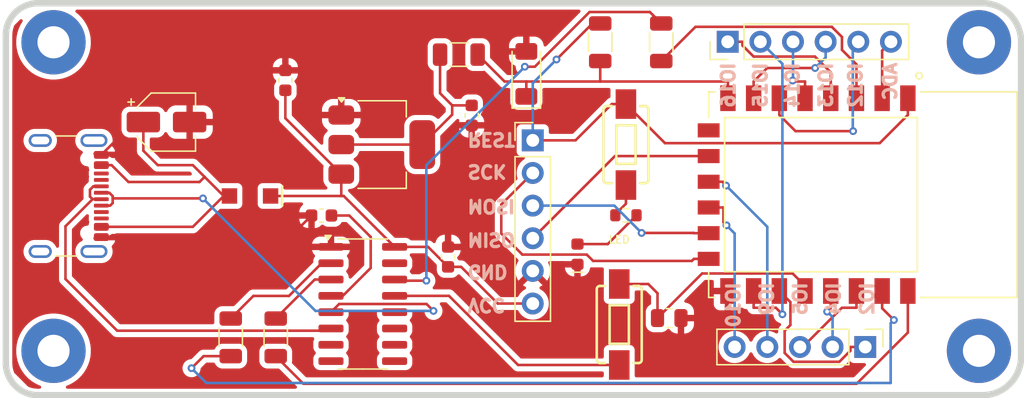
<source format=kicad_pcb>
(kicad_pcb (version 20241229) (generator "pcbnew") (generator_version "9.0")
  (layers (0 "F.Cu" signal) (2 "B.Cu" signal) (13 "F.Paste" user) (15 "B.Paste" user) (5 "F.SilkS" user "F.Silkscreen") (7 "B.SilkS" user "B.Silkscreen") (1 "F.Mask" user) (3 "B.Mask" user) (25 "Edge.Cuts" user))
  (net 0 "")
  (net 1 "GND")
  (net 2 "Net-(U1-VO)")
  (net 3 "+5V")
  (net 6 "D+")
  (net 9 "D-")
  (net 14 "Net-(J3-Pin_5)")
  (net 15 "Net-(J3-Pin_3)")
  (net 16 "Net-(J3-Pin_2)")
  (net 17 "Net-(J3-Pin_6)")
  (net 18 "Net-(J3-Pin_1)")
  (net 19 "Net-(J3-Pin_4)")
  (net 20 "MISO")
  (net 21 "REST")
  (net 22 "MOSI")
  (net 23 "SCK")
  (net 24 "Net-(J5-Pin_2)")
  (net 25 "Net-(J5-Pin_1)")
  (net 26 "Net-(J5-Pin_3)")
  (net 27 "Net-(J5-Pin_4)")
  (net 28 "Net-(J5-Pin_5)")
  (net 29 "Net-(SW2-B)")
  (net 30 "RXD")
  (net 31 "Net-(U3-TXD)")
  (net 32 "TXD")
  (net 33 "Net-(U3-RXD)")
  (net 34 "RTS")
  (net 35 "Net-(U4-EN)")
  (net 36 "DTR")
  (net 45 "Net-(D3-A)")
  (net 46 "Net-(SW3-B)")
  (net 47 "Net-(U3-V3)")
  (net 48 "Net-(D2-A)")
  (net 49 "+3.3V")
  (footprint "Capacitor_SMD:CP_Elec_4x4.5" (layer "F.Cu") (at 88.5 82.25)
    (property "Reference" "C6" (hide yes))
    (property "Value" "10uF")
    (fp_line (start -3 -1.56) (end -2.5 -1.56) (stroke (width 0.12)) (layer "F.SilkS"))
    (fp_line (start -2.75 -1.81) (end -2.75 -1.31) (stroke (width 0.12)) (layer "F.SilkS"))
    (fp_line (start -2.26 -1.195563) (end -2.26 -1.06) (stroke (width 0.12)) (layer "F.SilkS"))
    (fp_line (start -2.26 -1.195563) (end -1.195563 -2.26) (stroke (width 0.12)) (layer "F.SilkS"))
    (fp_line (start -2.26 1.195563) (end -2.26 1.06) (stroke (width 0.12)) (layer "F.SilkS"))
    (fp_line (start -2.26 1.195563) (end -1.195563 2.26) (stroke (width 0.12)) (layer "F.SilkS"))
    (fp_line (start -1.195563 -2.26) (end 2.26 -2.26) (stroke (width 0.12)) (layer "F.SilkS"))
    (fp_line (start -1.195563 2.26) (end 2.26 2.26) (stroke (width 0.12)) (layer "F.SilkS"))
    (fp_line (start 2.26 -2.26) (end 2.26 -1.06) (stroke (width 0.12)) (layer "F.SilkS"))
    (fp_line (start 2.26 2.26) (end 2.26 1.06) (stroke (width 0.12)) (layer "F.SilkS"))
    (pad "1" smd roundrect (at -1.8 0) (size 2.6 1.6) (layers "F.Cu" "F.Mask" "F.Paste") (roundrect_rratio 0.15625) (net 48 "Net-(D2-A)"))
    (pad "2" smd roundrect (at 1.8 0) (size 2.6 1.6) (layers "F.Cu" "F.Mask" "F.Paste") (roundrect_rratio 0.15625) (net 1 "GND"))
  )
  (footprint "MountingHole:MountingHole_2.5mm_Pad" (layer "F.Cu") (at 151.72 76.04)
    (property "Reference" "REF**" (hide yes))
    (property "Value" "MountingHole_2.5mm_Pad" (hide yes))
    (pad "1" thru_hole circle (at 0 0) (size 5 5) (drill 2.5) (layers "*.Cu" "*.Mask"))
  )
  (footprint "Capacitor_SMD:C_0603_1608Metric" (layer "F.Cu") (at 100.56 89.52 180)
    (property "Reference" "C5" (hide yes))
    (property "Value" "0.1uF")
    (fp_line (start -0.14058 0.51) (end 0.14058 0.51) (stroke (width 0.12)) (layer "F.SilkS"))
    (fp_line (start -0.14058 -0.51) (end 0.14058 -0.51) (stroke (width 0.12)) (layer "F.SilkS"))
    (pad "1" smd roundrect (at -0.775 0 180) (size 0.9 0.95) (layers "F.Cu" "F.Mask" "F.Paste") (net 47 "Net-(U3-V3)"))
    (pad "2" smd roundrect (at 0.775 0 180) (size 0.9 0.95) (layers "F.Cu" "F.Mask" "F.Paste") (net 1 "GND"))
  )
  (footprint "Connector_PinHeader_2.54mm:PinHeader_1x06_P2.54mm_Vertical" (layer "F.Cu") (at 117 83.67)
    (property "Reference" "J4" (hide yes))
    (property "Value" "Conn_01x06_Pin" (hide yes))
    (fp_line (start -1.38 -1.38) (end 0 -1.38) (stroke (width 0.12)) (layer "F.SilkS"))
    (fp_line (start -1.38 0) (end -1.38 -1.38) (stroke (width 0.12)) (layer "F.SilkS"))
    (fp_line (start -1.38 1.27) (end -1.38 14.08) (stroke (width 0.12)) (layer "F.SilkS"))
    (fp_line (start -1.38 1.27) (end 1.38 1.27) (stroke (width 0.12)) (layer "F.SilkS"))
    (fp_line (start -1.38 14.08) (end 1.38 14.08) (stroke (width 0.12)) (layer "F.SilkS"))
    (fp_line (start 1.38 1.27) (end 1.38 14.08) (stroke (width 0.12)) (layer "F.SilkS"))
    (pad "1" thru_hole rect (at 0 0) (size 1.7 1.7) (drill 1) (layers "*.Cu" "*.Mask") (net 21 "REST"))
    (pad "2" thru_hole circle (at 0 2.54) (size 1.7 1.7) (drill 1) (layers "*.Cu" "*.Mask") (net 23 "SCK"))
    (pad "3" thru_hole circle (at 0 5.08) (size 1.7 1.7) (drill 1) (layers "*.Cu" "*.Mask") (net 22 "MOSI"))
    (pad "4" thru_hole circle (at 0 7.62) (size 1.7 1.7) (drill 1) (layers "*.Cu" "*.Mask") (net 20 "MISO"))
    (pad "5" thru_hole circle (at 0 10.16) (size 1.7 1.7) (drill 1) (layers "*.Cu" "*.Mask") (net 1 "GND"))
    (pad "6" thru_hole circle (at 0 12.7) (size 1.7 1.7) (drill 1) (layers "*.Cu" "*.Mask") (net 3 "+5V"))
  )
  (footprint "Diode_SMD:D_MiniMELF" (layer "F.Cu") (at 116.5 78.5 90)
    (property "Reference" "D1" (hide yes))
    (property "Value" "BZV55B3V3" (hide yes))
    (fp_line (start 1.75 -1.11) (end -2.66 -1.11) (stroke (width 0.12)) (layer "F.SilkS"))
    (fp_line (start -2.66 -1.11) (end -2.66 1.11) (stroke (width 0.12)) (layer "F.SilkS"))
    (fp_line (start -2.66 1.11) (end 1.75 1.11) (stroke (width 0.12)) (layer "F.SilkS"))
    (pad "1" smd roundrect (at -1.75 0 90) (size 1.3 1.7) (layers "F.Cu" "F.Mask" "F.Paste") (roundrect_rratio 0.1923076923) (net 49 "+3.3V"))
    (pad "2" smd roundrect (at 1.75 0 90) (size 1.3 1.7) (layers "F.Cu" "F.Mask" "F.Paste") (roundrect_rratio 0.1923076923) (net 1 "GND"))
  )
  (footprint "Resistor_SMD:R_1206_3216Metric" (layer "F.Cu") (at 93.5 99 90)
    (property "Reference" "R4" (hide yes))
    (property "Value" "1K")
    (fp_line (start -0.727064 -0.91) (end 0.727064 -0.91) (stroke (width 0.12)) (layer "F.SilkS"))
    (fp_line (start -0.727064 0.91) (end 0.727064 0.91) (stroke (width 0.12)) (layer "F.SilkS"))
    (pad "1" smd roundrect (at -1.4625 0 90) (size 1.125 1.75) (layers "F.Cu" "F.Mask" "F.Paste") (roundrect_rratio 0.222222) (net 30 "RXD"))
    (pad "2" smd roundrect (at 1.4625 0 90) (size 1.125 1.75) (layers "F.Cu" "F.Mask" "F.Paste") (roundrect_rratio 0.222222) (net 31 "Net-(U3-TXD)"))
  )
  (footprint "Resistor_SMD:R_0603_1608Metric" (layer "F.Cu") (at 124.25 89.5 180)
    (property "Reference" "R7" (hide yes))
    (property "Value" "270")
    (fp_line (start -0.237258 0.5225) (end 0.237258 0.5225) (stroke (width 0.12)) (layer "F.SilkS"))
    (fp_line (start -0.237258 -0.5225) (end 0.237258 -0.5225) (stroke (width 0.12)) (layer "F.SilkS"))
    (pad "1" smd roundrect (at -0.825 0 180) (size 0.8 0.95) (layers "F.Cu" "F.Mask" "F.Paste") (net 45 "Net-(D3-A)"))
    (pad "2" smd roundrect (at 0.825 0 180) (size 0.8 0.95) (layers "F.Cu" "F.Mask" "F.Paste") (net 46 "Net-(SW3-B)"))
  )
  (footprint "Resistor_SMD:R_1206_3216Metric" (layer "F.Cu") (at 111.25 77)
    (property "Reference" "R1" (hide yes))
    (property "Value" "1K")
    (fp_line (start -0.727064 -0.91) (end 0.727064 -0.91) (stroke (width 0.12)) (layer "F.SilkS"))
    (fp_line (start -0.727064 0.91) (end 0.727064 0.91) (stroke (width 0.12)) (layer "F.SilkS"))
    (pad "1" smd roundrect (at -1.4625 0) (size 1.125 1.75) (layers "F.Cu" "F.Mask" "F.Paste") (roundrect_rratio 0.222222) (net 2 "Net-(U1-VO)"))
    (pad "2" smd roundrect (at 1.4625 0) (size 1.125 1.75) (layers "F.Cu" "F.Mask" "F.Paste") (roundrect_rratio 0.222222) (net 49 "+3.3V"))
  )
  (footprint "SparkFun-Switch:Push_SMD_6x3.5mm" (layer "F.Cu") (at 123.73 98 90)
    (property "Reference" "SW2")
    (property "Value" "SW_SPST")
    (fp_line (start -2.75 -1.75) (end 2.75 -1.75) (stroke (width 0.2032)) (layer "F.SilkS"))
    (fp_line (start 3 -1.1) (end 3 -1.5) (stroke (width 0.2032)) (layer "F.SilkS"))
    (fp_line (start -3 -1.1) (end -3 -1.5) (stroke (width 0.2032)) (layer "F.SilkS"))
    (fp_line (start -1.5 -0.75) (end 1.5 -0.75) (stroke (width 0.2032)) (layer "F.SilkS"))
    (fp_line (start 1.5 0.75) (end 1.5 -0.75) (stroke (width 0.2032)) (layer "F.SilkS"))
    (fp_line (start 1.5 0.75) (end -1.5 0.75) (stroke (width 0.2032)) (layer "F.SilkS"))
    (fp_line (start -1.5 0.75) (end -1.5 -0.75) (stroke (width 0.2032)) (layer "F.SilkS"))
    (fp_line (start 3 1.5) (end 3 1.1) (stroke (width 0.2032)) (layer "F.SilkS"))
    (fp_line (start -3 1.5) (end -3 1.1) (stroke (width 0.2032)) (layer "F.SilkS"))
    (fp_line (start 2.75 1.75) (end -2.75 1.75) (stroke (width 0.2032)) (layer "F.SilkS"))
    (fp_arc (start 2.75 -1.75) (mid 2.926777 -1.676777) (end 3 -1.5) (stroke (width 0.2032)) (layer "F.SilkS"))
    (fp_arc (start -3 -1.5) (mid -2.926777 -1.676777) (end -2.75 -1.75) (stroke (width 0.2032)) (layer "F.SilkS"))
    (fp_arc (start 3 1.5) (mid 2.926777 1.676777) (end 2.75 1.75) (stroke (width 0.2032)) (layer "F.SilkS"))
    (fp_arc (start -2.75 1.75) (mid -2.926777 1.676777) (end -3 1.5) (stroke (width 0.2032)) (layer "F.SilkS"))
    (pad "1" smd rect (at -3.15 0 270) (size 2.3 1.6) (layers "F.Cu" "F.Mask" "F.Paste") (net 36 "DTR"))
    (pad "2" smd rect (at 3.15 0 270) (size 2.3 1.6) (layers "F.Cu" "F.Mask" "F.Paste") (net 29 "Net-(SW2-B)"))
  )
  (footprint "Resistor_SMD:R_1206_3216Metric" (layer "F.Cu") (at 97 99 -90)
    (property "Reference" "R5" (hide yes))
    (property "Value" "1K")
    (fp_line (start -0.727064 0.91) (end 0.727064 0.91) (stroke (width 0.12)) (layer "F.SilkS"))
    (fp_line (start -0.727064 -0.91) (end 0.727064 -0.91) (stroke (width 0.12)) (layer "F.SilkS"))
    (pad "1" smd roundrect (at -1.4625 0 270) (size 1.125 1.75) (layers "F.Cu" "F.Mask" "F.Paste") (roundrect_rratio 0.222222) (net 33 "Net-(U3-RXD)"))
    (pad "2" smd roundrect (at 1.4625 0 270) (size 1.125 1.75) (layers "F.Cu" "F.Mask" "F.Paste") (roundrect_rratio 0.222222) (net 32 "TXD"))
  )
  (footprint "Resistor_SMD:R_0805_2012Metric" (layer "F.Cu") (at 127.62 97.5)
    (property "Reference" "R3" (hide yes))
    (property "Value" "4.7K")
    (fp_line (start -0.227064 -0.735) (end 0.227064 -0.735) (stroke (width 0.12)) (layer "F.SilkS"))
    (fp_line (start -0.227064 0.735) (end 0.227064 0.735) (stroke (width 0.12)) (layer "F.SilkS"))
    (pad "1" smd roundrect (at -0.9125 0) (size 1.025 1.4) (layers "F.Cu" "F.Mask" "F.Paste") (roundrect_rratio 0.243902) (net 29 "Net-(SW2-B)"))
    (pad "2" smd roundrect (at 0.9125 0) (size 1.025 1.4) (layers "F.Cu" "F.Mask" "F.Paste") (roundrect_rratio 0.243902) (net 1 "GND"))
  )
  (footprint "SparkFun-Switch:Push_SMD_6x3.5mm" (layer "F.Cu") (at 124.25 84 -90)
    (property "Reference" "SW3")
    (property "Value" "SW_SPST")
    (fp_line (start 2.75 1.75) (end -2.75 1.75) (stroke (width 0.2032)) (layer "F.SilkS"))
    (fp_line (start -3 1.5) (end -3 1.1) (stroke (width 0.2032)) (layer "F.SilkS"))
    (fp_line (start 3 1.5) (end 3 1.1) (stroke (width 0.2032)) (layer "F.SilkS"))
    (fp_line (start -1.5 0.75) (end -1.5 -0.75) (stroke (width 0.2032)) (layer "F.SilkS"))
    (fp_line (start 1.5 0.75) (end -1.5 0.75) (stroke (width 0.2032)) (layer "F.SilkS"))
    (fp_line (start 1.5 0.75) (end 1.5 -0.75) (stroke (width 0.2032)) (layer "F.SilkS"))
    (fp_line (start -1.5 -0.75) (end 1.5 -0.75) (stroke (width 0.2032)) (layer "F.SilkS"))
    (fp_line (start -3 -1.1) (end -3 -1.5) (stroke (width 0.2032)) (layer "F.SilkS"))
    (fp_line (start 3 -1.1) (end 3 -1.5) (stroke (width 0.2032)) (layer "F.SilkS"))
    (fp_line (start -2.75 -1.75) (end 2.75 -1.75) (stroke (width 0.2032)) (layer "F.SilkS"))
    (fp_arc (start -2.75 1.75) (mid -2.926777 1.676777) (end -3 1.5) (stroke (width 0.2032)) (layer "F.SilkS"))
    (fp_arc (start 3 1.5) (mid 2.926777 1.676777) (end 2.75 1.75) (stroke (width 0.2032)) (layer "F.SilkS"))
    (fp_arc (start -3 -1.5) (mid -2.926777 -1.676777) (end -2.75 -1.75) (stroke (width 0.2032)) (layer "F.SilkS"))
    (fp_arc (start 2.75 -1.75) (mid 2.926777 -1.676777) (end 3 -1.5) (stroke (width 0.2032)) (layer "F.SilkS"))
    (pad "1" smd rect (at -3.15 0 90) (size 2.3 1.6) (layers "F.Cu" "F.Mask" "F.Paste") (net 21 "REST"))
    (pad "2" smd rect (at 3.15 0 90) (size 2.3 1.6) (layers "F.Cu" "F.Mask" "F.Paste") (net 46 "Net-(SW3-B)"))
  )
  (footprint "Capacitor_SMD:C_0603_1608Metric" (layer "F.Cu") (at 110.41 92.74 90)
    (property "Reference" "C4" (hide yes))
    (property "Value" "0.1uF")
    (fp_line (start -0.14058 -0.51) (end 0.14058 -0.51) (stroke (width 0.12)) (layer "F.SilkS"))
    (fp_line (start -0.14058 0.51) (end 0.14058 0.51) (stroke (width 0.12)) (layer "F.SilkS"))
    (pad "1" smd roundrect (at -0.775 0 90) (size 0.9 0.95) (layers "F.Cu" "F.Mask" "F.Paste") (net 3 "+5V"))
    (pad "2" smd roundrect (at 0.775 0 90) (size 0.9 0.95) (layers "F.Cu" "F.Mask" "F.Paste") (net 1 "GND"))
  )
  (footprint "Package_TO_SOT_SMD:SOT-223-3_TabPin2" (layer "F.Cu") (at 105.25 84)
    (property "Reference" "U1" (hide yes))
    (property "Value" "AMS1117-3.3" (hide yes))
    (fp_line (start -1.85 -3.41) (end 1.91 -3.41) (stroke (width 0.12)) (layer "F.SilkS"))
    (fp_line (start -1.85 3.41) (end 1.91 3.41) (stroke (width 0.12)) (layer "F.SilkS"))
    (fp_line (start 1.91 -3.41) (end 1.91 -2.15) (stroke (width 0.12)) (layer "F.SilkS"))
    (fp_line (start 1.91 3.41) (end 1.91 2.15) (stroke (width 0.12)) (layer "F.SilkS"))
    (fp_poly (pts (xy -3.13 -3.31) (xy -3.37 -3.64) (xy -2.89 -3.64) (xy -3.13 -3.31)) (stroke (width 0.12)) (fill yes) (layer "F.SilkS"))
    (pad "1" smd roundrect (at -3.15 -2.3) (size 2 1.5) (layers "F.Cu" "F.Mask" "F.Paste") (net 1 "GND"))
    (pad "2" smd roundrect (at -3.15 0) (size 2 1.5) (layers "F.Cu" "F.Mask" "F.Paste") (net 2 "Net-(U1-VO)"))
    (pad "2" smd roundrect (at 3.15 0) (size 2 3.8) (layers "F.Cu" "F.Mask" "F.Paste") (net 2 "Net-(U1-VO)"))
    (pad "3" smd roundrect (at -3.15 2.3) (size 2 1.5) (layers "F.Cu" "F.Mask" "F.Paste") (net 3 "+5V"))
  )
  (footprint "Package_SO:SOIC-16_3.9x9.9mm_P1.27mm" (layer "F.Cu") (at 103.775 96.405)
    (property "Reference" "U3" (hide yes))
    (property "Value" "CH340C" (hide yes))
    (fp_line (start 0 -5.06) (end -1.95 -5.06) (stroke (width 0.12)) (layer "F.SilkS"))
    (fp_line (start 0 -5.06) (end 1.95 -5.06) (stroke (width 0.12)) (layer "F.SilkS"))
    (fp_line (start 0 5.06) (end -1.95 5.06) (stroke (width 0.12)) (layer "F.SilkS"))
    (fp_line (start 0 5.06) (end 1.95 5.06) (stroke (width 0.12)) (layer "F.SilkS"))
    (fp_poly (pts (xy -2.7 -5.005) (xy -2.94 -5.335) (xy -2.46 -5.335)) (stroke (width 0.12)) (fill yes) (layer "F.SilkS"))
    (pad "1" smd roundrect (at -2.475 -4.445) (size 1.95 0.6) (layers "F.Cu" "F.Mask" "F.Paste") (net 1 "GND"))
    (pad "2" smd roundrect (at -2.475 -3.175) (size 1.95 0.6) (layers "F.Cu" "F.Mask" "F.Paste") (net 31 "Net-(U3-TXD)"))
    (pad "3" smd roundrect (at -2.475 -1.905) (size 1.95 0.6) (layers "F.Cu" "F.Mask" "F.Paste") (net 33 "Net-(U3-RXD)"))
    (pad "4" smd roundrect (at -2.475 -0.635) (size 1.95 0.6) (layers "F.Cu" "F.Mask" "F.Paste") (net 47 "Net-(U3-V3)"))
    (pad "5" smd roundrect (at -2.475 0.635) (size 1.95 0.6) (layers "F.Cu" "F.Mask" "F.Paste") (net 6 "D+"))
    (pad "6" smd roundrect (at -2.475 1.905) (size 1.95 0.6) (layers "F.Cu" "F.Mask" "F.Paste") (net 9 "D-"))
    (pad "7" smd roundrect (at -2.475 3.175) (size 1.95 0.6) (layers "F.Cu" "F.Mask" "F.Paste"))
    (pad "8" smd roundrect (at -2.475 4.445) (size 1.95 0.6) (layers "F.Cu" "F.Mask" "F.Paste"))
    (pad "9" smd roundrect (at 2.475 4.445) (size 1.95 0.6) (layers "F.Cu" "F.Mask" "F.Paste"))
    (pad "10" smd roundrect (at 2.475 3.175) (size 1.95 0.6) (layers "F.Cu" "F.Mask" "F.Paste"))
    (pad "11" smd roundrect (at 2.475 1.905) (size 1.95 0.6) (layers "F.Cu" "F.Mask" "F.Paste"))
    (pad "12" smd roundrect (at 2.475 0.635) (size 1.95 0.6) (layers "F.Cu" "F.Mask" "F.Paste"))
    (pad "13" smd roundrect (at 2.475 -0.635) (size 1.95 0.6) (layers "F.Cu" "F.Mask" "F.Paste") (net 36 "DTR"))
    (pad "14" smd roundrect (at 2.475 -1.905) (size 1.95 0.6) (layers "F.Cu" "F.Mask" "F.Paste") (net 34 "RTS"))
    (pad "15" smd roundrect (at 2.475 -3.175) (size 1.95 0.6) (layers "F.Cu" "F.Mask" "F.Paste"))
    (pad "16" smd roundrect (at 2.475 -4.445) (size 1.95 0.6) (layers "F.Cu" "F.Mask" "F.Paste") (net 3 "+5V"))
  )
  (footprint "MountingHole:MountingHole_2.5mm_Pad" (layer "F.Cu") (at 79.71 100.05)
    (property "Reference" "REF**" (hide yes))
    (property "Value" "MountingHole_2.5mm_Pad" (hide yes))
    (pad "1" thru_hole circle (at 0 0) (size 5 5) (drill 2.5) (layers "*.Cu" "*.Mask"))
  )
  (footprint "SparkFun-LED:LED_0603_1608Metric_Red" (layer "F.Cu") (at 120.48 92.53 90)
    (property "Reference" "D3")
    (property "Value" "LED")
    (fp_line (start -1.4 -0.5) (end -1.4 0.5) (stroke (width 0.12)) (layer "F.SilkS"))
    (pad "1" smd roundrect (at -0.7875 0 90) (size 0.875 0.95) (layers "F.Cu" "F.Mask" "F.Paste") (net 1 "GND"))
    (pad "2" smd roundrect (at 0.7875 0 90) (size 0.875 0.95) (layers "F.Cu" "F.Mask" "F.Paste") (net 45 "Net-(D3-A)"))
  )
  (footprint "Resistor_SMD:R_1206_3216Metric" (layer "F.Cu") (at 127 76.0375 -90)
    (property "Reference" "R6" (hide yes))
    (property "Value" "1K")
    (fp_line (start -0.727064 0.91) (end 0.727064 0.91) (stroke (width 0.12)) (layer "F.SilkS"))
    (fp_line (start -0.727064 -0.91) (end 0.727064 -0.91) (stroke (width 0.12)) (layer "F.SilkS"))
    (pad "1" smd roundrect (at -1.4625 0 270) (size 1.125 1.75) (layers "F.Cu" "F.Mask" "F.Paste") (roundrect_rratio 0.222222) (net 34 "RTS"))
    (pad "2" smd roundrect (at 1.4625 0 270) (size 1.125 1.75) (layers "F.Cu" "F.Mask" "F.Paste") (roundrect_rratio 0.222222) (net 35 "Net-(U4-EN)"))
  )
  (footprint "Connector_PinHeader_2.54mm:PinHeader_1x05_P2.54mm_Vertical" (layer "F.Cu") (at 142.87 99.75 -90)
    (property "Reference" "J5" (hide yes))
    (property "Value" "Conn_01x05_Pin" (hide yes))
    (fp_line (start -1.38 11.54) (end 1.38 11.54) (stroke (width 0.12)) (layer "F.SilkS"))
    (fp_line (start -1.38 1.27) (end -1.38 11.54) (stroke (width 0.12)) (layer "F.SilkS"))
    (fp_line (start -1.38 1.27) (end 1.38 1.27) (stroke (width 0.12)) (layer "F.SilkS"))
    (fp_line (start 1.38 1.27) (end 1.38 11.54) (stroke (width 0.12)) (layer "F.SilkS"))
    (fp_line (start -1.38 0) (end -1.38 -1.38) (stroke (width 0.12)) (layer "F.SilkS"))
    (fp_line (start -1.38 -1.38) (end 0 -1.38) (stroke (width 0.12)) (layer "F.SilkS"))
    (pad "1" thru_hole rect (at 0 0 270) (size 1.7 1.7) (drill 1) (layers "*.Cu" "*.Mask") (net 25 "Net-(J5-Pin_1)"))
    (pad "2" thru_hole circle (at 0 2.54 270) (size 1.7 1.7) (drill 1) (layers "*.Cu" "*.Mask") (net 24 "Net-(J5-Pin_2)"))
    (pad "3" thru_hole circle (at 0 5.08 270) (size 1.7 1.7) (drill 1) (layers "*.Cu" "*.Mask") (net 26 "Net-(J5-Pin_3)"))
    (pad "4" thru_hole circle (at 0 7.62 270) (size 1.7 1.7) (drill 1) (layers "*.Cu" "*.Mask") (net 27 "Net-(J5-Pin_4)"))
    (pad "5" thru_hole circle (at 0 10.16 270) (size 1.7 1.7) (drill 1) (layers "*.Cu" "*.Mask") (net 28 "Net-(J5-Pin_5)"))
  )
  (footprint "MountingHole:MountingHole_2.5mm_Pad" (layer "F.Cu") (at 151.72 100.05)
    (property "Reference" "REF**" (hide yes))
    (property "Value" "MountingHole_2.5mm_Pad" (hide yes))
    (pad "1" thru_hole circle (at 0 0) (size 5 5) (drill 2.5) (layers "*.Cu" "*.Mask"))
  )
  (footprint "SparkFun-Semiconductor-Standard:SOD-123" (layer "F.Cu") (at 95 88 180)
    (property "Reference" "D2")
    (property "Value" "D")
    (fp_line (start -2.5 -0.75) (end -2.5 0.75) (stroke (width 0.2032)) (layer "F.SilkS"))
    (pad "1" smd rect (at -1.6 0 180) (size 1.2 1.2) (layers "F.Cu" "F.Mask" "F.Paste") (net 3 "+5V"))
    (pad "2" smd rect (at 1.6 0 180) (size 1.2 1.2) (layers "F.Cu" "F.Mask" "F.Paste") (net 48 "Net-(D2-A)"))
  )
  (footprint "Capacitor_SMD:C_0603_1608Metric" (layer "F.Cu") (at 112.25 81.725 -90)
    (property "Reference" "C3" (hide yes))
    (property "Value" "0.1uF" (hide yes))
    (fp_line (start -0.14058 0.51) (end 0.14058 0.51) (stroke (width 0.12)) (layer "F.SilkS"))
    (fp_line (start -0.14058 -0.51) (end 0.14058 -0.51) (stroke (width 0.12)) (layer "F.SilkS"))
    (pad "1" smd roundrect (at -0.775 0 270) (size 0.9 0.95) (layers "F.Cu" "F.Mask" "F.Paste") (net 2 "Net-(U1-VO)"))
    (pad "2" smd roundrect (at 0.775 0 270) (size 0.9 0.95) (layers "F.Cu" "F.Mask" "F.Paste") (net 1 "GND"))
  )
  (footprint "Resistor_SMD:R_1206_3216Metric" (layer "F.Cu") (at 122.25 76.0375 -90)
    (property "Reference" "R2" (hide yes))
    (property "Value" "1K")
    (fp_line (start -0.727064 0.91) (end 0.727064 0.91) (stroke (width 0.12)) (layer "F.SilkS"))
    (fp_line (start -0.727064 -0.91) (end 0.727064 -0.91) (stroke (width 0.12)) (layer "F.SilkS"))
    (pad "1" smd roundrect (at -1.4625 0 270) (size 1.125 1.75) (layers "F.Cu" "F.Mask" "F.Paste") (roundrect_rratio 0.222222) (net 21 "REST"))
    (pad "2" smd roundrect (at 1.4625 0 270) (size 1.125 1.75) (layers "F.Cu" "F.Mask" "F.Paste") (roundrect_rratio 0.222222) (net 49 "+3.3V"))
  )
  (footprint "Connector_PinHeader_2.54mm:PinHeader_1x06_P2.54mm_Vertical" (layer "F.Cu") (at 132.17 76 90)
    (property "Reference" "J3" (hide yes))
    (property "Value" "Conn_01x06_Pin" (hide yes))
    (fp_line (start -1.38 -1.38) (end 0 -1.38) (stroke (width 0.12)) (layer "F.SilkS"))
    (fp_line (start -1.38 0) (end -1.38 -1.38) (stroke (width 0.12)) (layer "F.SilkS"))
    (fp_line (start 1.38 1.27) (end 1.38 14.08) (stroke (width 0.12)) (layer "F.SilkS"))
    (fp_line (start -1.38 1.27) (end 1.38 1.27) (stroke (width 0.12)) (layer "F.SilkS"))
    (fp_line (start -1.38 1.27) (end -1.38 14.08) (stroke (width 0.12)) (layer "F.SilkS"))
    (fp_line (start -1.38 14.08) (end 1.38 14.08) (stroke (width 0.12)) (layer "F.SilkS"))
    (pad "1" thru_hole rect (at 0 0 90) (size 1.7 1.7) (drill 1) (layers "*.Cu" "*.Mask") (net 18 "Net-(J3-Pin_1)"))
    (pad "2" thru_hole circle (at 0 2.54 90) (size 1.7 1.7) (drill 1) (layers "*.Cu" "*.Mask") (net 16 "Net-(J3-Pin_2)"))
    (pad "3" thru_hole circle (at 0 5.08 90) (size 1.7 1.7) (drill 1) (layers "*.Cu" "*.Mask") (net 15 "Net-(J3-Pin_3)"))
    (pad "4" thru_hole circle (at 0 7.62 90) (size 1.7 1.7) (drill 1) (layers "*.Cu" "*.Mask") (net 19 "Net-(J3-Pin_4)"))
    (pad "5" thru_hole circle (at 0 10.16 90) (size 1.7 1.7) (drill 1) (layers "*.Cu" "*.Mask") (net 14 "Net-(J3-Pin_5)"))
    (pad "6" thru_hole circle (at 0 12.7 90) (size 1.7 1.7) (drill 1) (layers "*.Cu" "*.Mask") (net 17 "Net-(J3-Pin_6)"))
  )
  (footprint "Connector_USB:USB_C_Receptacle_GCT_USB4105-xx-A_16P_TopMnt_Horizontal" (layer "F.Cu") (at 79.75 88 -90)
    (property "Reference" "J1" (hide yes))
    (property "Value" "USB_C_Receptacle_USB2.0_16P" (hide yes))
    (fp_line (start -4.67 -0.1) (end -4.67 -1.8) (stroke (width 0.12)) (layer "F.SilkS"))
    (fp_line (start 4.67 -0.1) (end 4.67 -1.8) (stroke (width 0.12)) (layer "F.SilkS"))
    (pad "" np_thru_hole circle (at -2.89 -2.605 270) (size 0.65 0.65) (drill 0.65) (layers "*.Cu" "*.Mask"))
    (pad "" np_thru_hole circle (at 2.89 -2.605 270) (size 0.65 0.65) (drill 0.65) (layers "*.Cu" "*.Mask"))
    (pad "A1" smd roundrect (at -3.2 -3.68 270) (size 0.6 1.15) (layers "F.Cu" "F.Mask" "F.Paste") (net 1 "GND"))
    (pad "A4" smd roundrect (at -2.4 -3.68 270) (size 0.6 1.15) (layers "F.Cu" "F.Mask" "F.Paste") (net 48 "Net-(D2-A)"))
    (pad "A5" smd roundrect (at -1.25 -3.68 270) (size 0.3 1.15) (layers "F.Cu" "F.Mask" "F.Paste"))
    (pad "A6" smd roundrect (at -0.25 -3.68 270) (size 0.3 1.15) (layers "F.Cu" "F.Mask" "F.Paste") (net 6 "D+"))
    (pad "A7" smd roundrect (at 0.25 -3.68 270) (size 0.3 1.15) (layers "F.Cu" "F.Mask" "F.Paste") (net 9 "D-"))
    (pad "A8" smd roundrect (at 1.25 -3.68 270) (size 0.3 1.15) (layers "F.Cu" "F.Mask" "F.Paste"))
    (pad "A9" smd roundrect (at 2.4 -3.68 270) (size 0.6 1.15) (layers "F.Cu" "F.Mask" "F.Paste") (net 48 "Net-(D2-A)"))
    (pad "A12" smd roundrect (at 3.2 -3.68 270) (size 0.6 1.15) (layers "F.Cu" "F.Mask" "F.Paste") (net 1 "GND"))
    (pad "B1" smd roundrect (at 3.2 -3.68 270) (size 0.6 1.15) (layers "F.Cu" "F.Mask" "F.Paste") (net 1 "GND"))
    (pad "B4" smd roundrect (at 2.4 -3.68 270) (size 0.6 1.15) (layers "F.Cu" "F.Mask" "F.Paste") (net 48 "Net-(D2-A)"))
    (pad "B5" smd roundrect (at 1.75 -3.68 270) (size 0.3 1.15) (layers "F.Cu" "F.Mask" "F.Paste"))
    (pad "B6" smd roundrect (at 0.75 -3.68 270) (size 0.3 1.15) (layers "F.Cu" "F.Mask" "F.Paste") (net 6 "D+"))
    (pad "B7" smd roundrect (at -0.75 -3.68 270) (size 0.3 1.15) (layers "F.Cu" "F.Mask" "F.Paste") (net 9 "D-"))
    (pad "B8" smd roundrect (at -1.75 -3.68 270) (size 0.3 1.15) (layers "F.Cu" "F.Mask" "F.Paste"))
    (pad "B9" smd roundrect (at -2.4 -3.68 270) (size 0.6 1.15) (layers "F.Cu" "F.Mask" "F.Paste") (net 48 "Net-(D2-A)"))
    (pad "B12" smd roundrect (at -3.2 -3.68 270) (size 0.6 1.15) (layers "F.Cu" "F.Mask" "F.Paste") (net 1 "GND"))
    (pad "S1" thru_hole oval (at -4.32 -3.105 270) (size 1 2.1) (drill oval 0.6 1.7) (property pad_prop_heatsink) (layers "*.Cu" "*.Mask" "F.Paste"))
    (pad "S1" thru_hole oval (at -4.32 1.075 270) (size 1 1.8) (drill oval 0.6 1.4) (property pad_prop_heatsink) (layers "*.Cu" "*.Mask" "F.Paste"))
    (pad "S1" thru_hole oval (at 4.32 -3.105 270) (size 1 2.1) (drill oval 0.6 1.7) (property pad_prop_heatsink) (layers "*.Cu" "*.Mask" "F.Paste"))
    (pad "S1" thru_hole oval (at 4.32 1.075 270) (size 1 1.8) (drill oval 0.6 1.4) (property pad_prop_heatsink) (layers "*.Cu" "*.Mask" "F.Paste"))
  )
  (footprint "Capacitor_SMD:C_0603_1608Metric" (layer "F.Cu") (at 97.75 79 90)
    (property "Reference" "C1" (hide yes))
    (property "Value" "0.1uF")
    (fp_line (start -0.14058 -0.51) (end 0.14058 -0.51) (stroke (width 0.12)) (layer "F.SilkS"))
    (fp_line (start -0.14058 0.51) (end 0.14058 0.51) (stroke (width 0.12)) (layer "F.SilkS"))
    (pad "1" smd roundrect (at -0.775 0 90) (size 0.9 0.95) (layers "F.Cu" "F.Mask" "F.Paste") (net 3 "+5V"))
    (pad "2" smd roundrect (at 0.775 0 90) (size 0.9 0.95) (layers "F.Cu" "F.Mask" "F.Paste") (net 1 "GND"))
  )
  (footprint "MountingHole:MountingHole_2.5mm_Pad" (layer "F.Cu") (at 79.71 76.04)
    (property "Reference" "REF**" (hide yes))
    (property "Value" "MountingHole_2.5mm_Pad" (hide yes))
    (pad "1" thru_hole circle (at 0 0) (size 5 5) (drill 2.5) (layers "*.Cu" "*.Mask"))
  )
  (footprint "ESP8266-12E_ESP-12E:XCVR_ESP8266-12E_ESP-12E" (layer "F.Cu") (at 139.1875 87.8942 -90)
    (property "Reference" "U4" (hide yes))
    (property "Value" "ESP8266-12E_ESP-12E" (hide yes))
    (fp_line (start -8 8.5) (end -6 8.5) (stroke (width 0.127)) (layer "F.SilkS"))
    (fp_line (start 8 8.5) (end 6 8.5) (stroke (width 0.127)) (layer "F.SilkS"))
    (fp_line (start -8 8) (end -8 8.5) (stroke (width 0.127)) (layer "F.SilkS"))
    (fp_line (start 8 8) (end 8 8.5) (stroke (width 0.127)) (layer "F.SilkS"))
    (fp_line (start -6 7.26) (end -6 -7.74) (stroke (width 0.127)) (layer "F.SilkS"))
    (fp_line (start 6 7.26) (end -6 7.26) (stroke (width 0.127)) (layer "F.SilkS"))
    (fp_line (start -6 -7.74) (end 6 -7.74) (stroke (width 0.127)) (layer "F.SilkS"))
    (fp_line (start 6 -7.74) (end 6 7.26) (stroke (width 0.127)) (layer "F.SilkS"))
    (fp_line (start -8 -8) (end -8 -15.5) (stroke (width 0.127)) (layer "F.SilkS"))
    (fp_line (start -8 -15.5) (end 8 -15.5) (stroke (width 0.127)) (layer "F.SilkS"))
    (fp_line (start 8 -15.5) (end 8 -8) (stroke (width 0.127)) (layer "F.SilkS"))
    (fp_circle (center -9.25 -7.875) (end -9 -7.875) (stroke (width 0.127)) (fill no) (layer "F.SilkS"))
    (pad "1" smd rect (at -7.5 -7 270) (size 2 1.2) (layers "F.Cu" "F.Mask" "F.Paste") (net 21 "REST"))
    (pad "2" smd rect (at -7.5 -5 270) (size 2 1.2) (layers "F.Cu" "F.Mask" "F.Paste") (net 17 "Net-(J3-Pin_6)"))
    (pad "3" smd rect (at -7.5 -3 270) (size 2 1.2) (layers "F.Cu" "F.Mask" "F.Paste") (net 35 "Net-(U4-EN)"))
    (pad "4" smd rect (at -7.5 -1 270) (size 2 1.2) (layers "F.Cu" "F.Mask" "F.Paste") (net 18 "Net-(J3-Pin_1)"))
    (pad "5" smd rect (at -7.5 1 270) (size 2 1.2) (layers "F.Cu" "F.Mask" "F.Paste") (net 15 "Net-(J3-Pin_3)"))
    (pad "6" smd rect (at -7.5 3 270) (size 2 1.2) (layers "F.Cu" "F.Mask" "F.Paste") (net 14 "Net-(J3-Pin_5)"))
    (pad "7" smd rect (at -7.5 5 270) (size 2 1.2) (layers "F.Cu" "F.Mask" "F.Paste") (net 19 "Net-(J3-Pin_4)"))
    (pad "8" smd rect (at -7.5 7 270) (size 2 1.2) (layers "F.Cu" "F.Mask" "F.Paste") (net 49 "+3.3V"))
    (pad "9" smd rect (at -5 8.5 270) (size 1.1 1.7) (layers "F.Cu" "F.Mask" "F.Paste"))
    (pad "10" smd rect (at -3 8.5 270) (size 1.1 1.7) (layers "F.Cu" "F.Mask" "F.Paste") (net 20 "MISO"))
    (pad "11" smd rect (at -1 8.5 270) (size 1.1 1.7) (layers "F.Cu" "F.Mask" "F.Paste") (net 27 "Net-(J5-Pin_4)"))
    (pad "12" smd rect (at 1 8.5 270) (size 1.1 1.7) (layers "F.Cu" "F.Mask" "F.Paste") (net 28 "Net-(J5-Pin_5)"))
    (pad "13" smd rect (at 3 8.5 270) (size 1.1 1.7) (layers "F.Cu" "F.Mask" "F.Paste") (net 22 "MOSI"))
    (pad "14" smd rect (at 5 8.5 270) (size 1.1 1.7) (layers "F.Cu" "F.Mask" "F.Paste") (net 23 "SCK"))
    (pad "15" smd rect (at 7.5 7 270) (size 2 1.2) (layers "F.Cu" "F.Mask" "F.Paste") (net 1 "GND"))
    (pad "16" smd rect (at 7.5 5 270) (size 2 1.2) (layers "F.Cu" "F.Mask" "F.Paste") (net 16 "Net-(J3-Pin_2)"))
    (pad "17" smd rect (at 7.5 3 270) (size 2 1.2) (layers "F.Cu" "F.Mask" "F.Paste") (net 25 "Net-(J5-Pin_1)"))
    (pad "18" smd rect (at 7.5 1 270) (size 2 1.2) (layers "F.Cu" "F.Mask" "F.Paste") (net 29 "Net-(SW2-B)"))
    (pad "19" smd rect (at 7.5 -1 270) (size 2 1.2) (layers "F.Cu" "F.Mask" "F.Paste") (net 24 "Net-(J5-Pin_2)"))
    (pad "20" smd rect (at 7.5 -3 270) (size 2 1.2) (layers "F.Cu" "F.Mask" "F.Paste") (net 26 "Net-(J5-Pin_3)"))
    (pad "21" smd rect (at 7.5 -5 270) (size 2 1.2) (layers "F.Cu" "F.Mask" "F.Paste") (net 30 "RXD"))
    (pad "22" smd rect (at 7.5 -7 270) (size 2 1.2) (layers "F.Cu" "F.Mask" "F.Paste") (net 32 "TXD"))
    (zone (net 0) (net_name "") (layer "F.Cu") (connect_pads (clearance 0)) (min_thickness 0.01)
      (keepout (tracks not_allowed) (vias not_allowed) (pads not_allowed) (copperpour not_allowed) (footprints allowed))
      (fill (thermal_gap 0.508) (thermal_bridge_width 0.508))
      (polygon (pts (xy 154.6875 79.88519) (xy 154.6875 95.8942) (xy 147.69708 95.8942) (xy 147.69708 79.88519)))
    )
  )
  (gr_arc (start 78.5 103.5) (mid 76.732233 102.767767) (end 76 101) (stroke (width 0.5)) (layer "Edge.Cuts"))
  (gr_line (start 155 76) (end 155 100.5) (stroke (width 0.5)) (layer "Edge.Cuts"))
  (gr_line (start 76 101) (end 76 75.5) (stroke (width 0.5)) (layer "Edge.Cuts"))
  (gr_arc (start 152 73) (mid 154.12132 73.87868) (end 155 76) (stroke (width 0.5)) (layer "Edge.Cuts"))
  (gr_line (start 78.5 103.5) (end 152 103.5) (stroke (width 0.5)) (layer "Edge.Cuts"))
  (gr_line (start 78.5 73) (end 152 73) (stroke (width 0.5)) (layer "Edge.Cuts"))
  (gr_arc (start 155 100.5) (mid 154.12132 102.62132) (end 152 103.5) (stroke (width 0.5)) (layer "Edge.Cuts"))
  (gr_arc (start 76 75.5) (mid 76.732233 73.732233) (end 78.5 73) (stroke (width 0.5)) (layer "Edge.Cuts"))
  (gr_text "LED" (at 122.85 91.75 0) (layer "F.SilkS") (effects (font (size 0.6 0.6) (thickness 0.1)) (justify left bottom)))
  (gr_text "ADC" (at 145.4 77.5 90) (layer "B.SilkS") (effects (font (size 1 1) (thickness 0.25) (bold yes)) (justify left bottom mirror)))
  (gr_text "IO16" (at 132.8 77.5 90) (layer "B.SilkS") (effects (font (size 1 1) (thickness 0.25) (bold yes)) (justify left bottom mirror)))
  (gr_text "IO9" (at 135.8 94.6 90) (layer "B.SilkS") (effects (font (size 1 1) (thickness 0.25) (bold yes)) (justify left bottom mirror)))
  (gr_text "IO12" (at 142.7 77.5 90) (layer "B.SilkS") (effects (font (size 1 1) (thickness 0.25) (bold yes)) (justify left bottom mirror)))
  (gr_text "GND" (at 111.8 93.3 180) (layer "B.SilkS") (effects (font (size 1 1) (thickness 0.25) (bold yes)) (justify left bottom mirror)))
  (gr_text "IO5" (at 138.4 94.6 90) (layer "B.SilkS") (effects (font (size 1 1) (thickness 0.25) (bold yes)) (justify left bottom mirror)))
  (gr_text "MISO" (at 111.8 90.8 180) (layer "B.SilkS") (effects (font (size 1 1) (thickness 0.25) (bold yes)) (justify left bottom mirror)))
  (gr_text "SCK" (at 111.8 85.5 180) (layer "B.SilkS") (effects (font (size 1 1) (thickness 0.25) (bold yes)) (justify left bottom mirror)))
  (gr_text "VCC" (at 111.8 95.9 180) (layer "B.SilkS") (effects (font (size 1 1) (thickness 0.25) (bold yes)) (justify left bottom mirror)))
  (gr_text "IO4" (at 141 94.6 90) (layer "B.SilkS") (effects (font (size 1 1) (thickness 0.25) (bold yes)) (justify left bottom mirror)))
  (gr_text "IO13" (at 140.4 77.5 90) (layer "B.SilkS") (effects (font (size 1 1) (thickness 0.25) (bold yes)) (justify left bottom mirror)))
  (gr_text "IO2" (at 143.6 94.6 90) (layer "B.SilkS") (effects (font (size 1 1) (thickness 0.25) (bold yes)) (justify left bottom mirror)))
  (gr_text "IO14" (at 137.8 77.5 90) (layer "B.SilkS") (effects (font (size 1 1) (thickness 0.25) (bold yes)) (justify left bottom mirror)))
  (gr_text "IO10" (at 133.2 94.6 90) (layer "B.SilkS") (effects (font (size 1 1) (thickness 0.25) (bold yes)) (justify left bottom mirror)))
  (gr_text "IO15" (at 135.3 77.5 90) (layer "B.SilkS") (effects (font (size 1 1) (thickness 0.25) (bold yes)) (justify left bottom mirror)))
  (gr_text "REST" (at 111.8 83 180) (layer "B.SilkS") (effects (font (size 1 1) (thickness 0.25) (bold yes)) (justify left bottom mirror)))
  (gr_text "MOSI" (at 111.8 88.2 180) (layer "B.SilkS") (effects (font (size 1 1) (thickness 0.25) (bold yes)) (justify left bottom mirror)))
  (segment (start 83.43 84.8) (end 84.67 83.56) (width 0.2) (layer "F.Cu") (net 1))
  (segment (start 83.43 91.2) (end 98.105 91.2) (width 0.2) (layer "F.Cu") (net 1))
  (segment (start 84.67 83.56) (end 84.67 79.78) (width 0.2) (layer "F.Cu") (net 1))
  (segment (start 84.67 79.78) (end 86.225 78.225) (width 0.2) (layer "F.Cu") (net 1))
  (segment (start 98.105 91.2) (end 99.785 89.52) (width 0.2) (layer "F.Cu") (net 1))
  (segment (start 86.225 78.225) (end 97.75 78.225) (width 0.2) (layer "F.Cu") (net 1))
  (segment (start 110.7308 80.95) (end 112.25 80.95) (width 0.2) (layer "F.Cu") (net 2))
  (segment (start 109.7875 80.0067) (end 110.7308 80.95) (width 0.2) (layer "F.Cu") (net 2))
  (segment (start 109.7875 77) (end 109.7875 80.0067) (width 0.2) (layer "F.Cu") (net 2))
  (segment (start 110.7308 81.6692) (end 108.4 84) (width 0.2) (layer "F.Cu") (net 2))
  (segment (start 110.7308 80.95) (end 110.7308 81.6692) (width 0.2) (layer "F.Cu") (net 2))
  (segment (start 108.4 84) (end 102.1 84) (width 0.2) (layer "F.Cu") (net 2))
  (segment (start 97.75 81.95) (end 102.1 86.3) (width 0.2) (layer "F.Cu") (net 3))
  (segment (start 108.855 91.96) (end 106.25 91.96) (width 0.2) (layer "F.Cu") (net 3))
  (segment (start 110.41 93.515) (end 108.855 91.96) (width 0.2) (layer "F.Cu") (net 3))
  (segment (start 114.28 96.37) (end 111.425 93.515) (width 0.2) (layer "F.Cu") (net 3))
  (segment (start 106.25 91.96) (end 102.29 88) (width 0.2) (layer "F.Cu") (net 3))
  (segment (start 102.1 88) (end 96.6 88) (width 0.2) (layer "F.Cu") (net 3))
  (segment (start 97.75 79.775) (end 97.75 81.95) (width 0.2) (layer "F.Cu") (net 3))
  (segment (start 102.29 88) (end 102.1 88) (width 0.2) (layer "F.Cu") (net 3))
  (segment (start 102.1 88) (end 102.1 86.3) (width 0.2) (layer "F.Cu") (net 3))
  (segment (start 117 96.37) (end 114.28 96.37) (width 0.2) (layer "F.Cu") (net 3))
  (segment (start 111.425 93.515) (end 110.41 93.515) (width 0.2) (layer "F.Cu") (net 3))
  (segment (start 84.1128 88.75) (end 84.314 88.5488) (width 0.2) (layer "F.Cu") (net 6))
  (segment (start 84.314 88.5488) (end 84.314 88.1871) (width 0.2) (layer "F.Cu") (net 6))
  (segment (start 84.314 88.0112) (end 84.0528 87.75) (width 0.2) (layer "F.Cu") (net 6))
  (segment (start 83.43 88.75) (end 84.1128 88.75) (width 0.2) (layer "F.Cu") (net 6))
  (segment (start 108.7351 96.405) (end 101.935 96.405) (width 0.2) (layer "F.Cu") (net 6))
  (segment (start 84.314 88.1871) (end 84.314 88.0112) (width 0.2) (layer "F.Cu") (net 6))
  (segment (start 101.935 96.405) (end 101.3 97.04) (width 0.2) (layer "F.Cu") (net 6))
  (segment (start 84.314 88.1871) (end 91.3366 88.1871) (width 0.2) (layer "F.Cu") (net 6))
  (segment (start 109.2741 96.944) (end 108.7351 96.405) (width 0.2) (layer "F.Cu") (net 6))
  (segment (start 84.0528 87.75) (end 83.43 87.75) (width 0.2) (layer "F.Cu") (net 6))
  (via (at 109.2741 96.944) (size 0.6) (drill 0.3) (layers "F.Cu" "B.Cu") (net 6))
  (via (at 91.3366 88.1871) (size 0.6) (drill 0.3) (layers "F.Cu" "B.Cu") (net 6))
  (segment (start 91.3366 88.1871) (end 100.0935 96.944) (width 0.2) (layer "B.Cu") (net 6))
  (segment (start 100.0935 96.944) (end 109.2741 96.944) (width 0.2) (layer "B.Cu") (net 6))
  (segment (start 82.546 88.0488) (end 82.546 87.5112) (width 0.2) (layer "F.Cu") (net 9))
  (segment (start 80.64 94.46) (end 80.64 90.3572) (width 0.2) (layer "F.Cu") (net 9))
  (segment (start 82.7472 88.25) (end 82.546 88.0488) (width 0.2) (layer "F.Cu") (net 9))
  (segment (start 80.64 90.3572) (end 82.7472 88.25) (width 0.2) (layer "F.Cu") (net 9))
  (segment (start 101.1275 98.4825) (end 84.6625 98.4825) (width 0.2) (layer "F.Cu") (net 9))
  (segment (start 82.546 87.5112) (end 82.8072 87.25) (width 0.2) (layer "F.Cu") (net 9))
  (segment (start 101.3 98.31) (end 101.1275 98.4825) (width 0.2) (layer "F.Cu") (net 9))
  (segment (start 84.6625 98.4825) (end 80.64 94.46) (width 0.2) (layer "F.Cu") (net 9))
  (segment (start 82.8072 87.25) (end 83.43 87.25) (width 0.2) (layer "F.Cu") (net 9))
  (segment (start 83.43 88.25) (end 82.7472 88.25) (width 0.2) (layer "F.Cu") (net 9))
  (segment (start 136.1875 80.3942) (end 136.1875 81.6959) (width 0.2) (layer "F.Cu") (net 14))
  (segment (start 137.4464 82.9548) (end 141.9269 82.9548) (width 0.2) (layer "F.Cu") (net 14))
  (segment (start 136.1875 81.6959) (end 137.4464 82.9548) (width 0.2) (layer "F.Cu") (net 14))
  (via (at 141.9269 82.9548) (size 0.6) (drill 0.3) (layers "F.Cu" "B.Cu") (net 14))
  (segment (start 141.9015 82.9294) (end 141.9015 76.4285) (width 0.2) (layer "B.Cu") (net 14))
  (segment (start 141.9015 76.4285) (end 142.33 76) (width 0.2) (layer "B.Cu") (net 14))
  (segment (start 141.9015 82.9294) (end 141.9269 82.9548) (width 0.2) (layer "B.Cu") (net 14))
  (segment (start 137.2995 79.0925) (end 137.222 79.015) (width 0.2) (layer "F.Cu") (net 15))
  (segment (start 138.1875 79.0925) (end 137.2995 79.0925) (width 0.2) (layer "F.Cu") (net 15))
  (segment (start 138.1875 80.3942) (end 138.1875 79.0925) (width 0.2) (layer "F.Cu") (net 15))
  (via (at 137.222 79.015) (size 0.6) (drill 0.3) (layers "F.Cu" "B.Cu") (net 15))
  (segment (start 137.25 76) (end 137.25 78.987) (width 0.2) (layer "B.Cu") (net 15))
  (segment (start 137.25 78.987) (end 137.222 79.015) (width 0.2) (layer "B.Cu") (net 15))
  (segment (start 134.1875 95.3942) (end 134.1875 96.6959) (width 0.2) (layer "F.Cu") (net 16))
  (segment (start 134.1875 96.6959) (end 135.9155 96.6959) (width 0.2) (layer "F.Cu") (net 16))
  (segment (start 135.9155 96.6959) (end 136.4257 97.2061) (width 0.2) (layer "F.Cu") (net 16))
  (via (at 136.4257 97.2061) (size 0.6) (drill 0.3) (layers "F.Cu" "B.Cu") (net 16))
  (segment (start 136.4257 77.7157) (end 134.71 76) (width 0.2) (layer "B.Cu") (net 16))
  (segment (start 136.4257 97.2061) (end 136.4257 77.7157) (width 0.2) (layer "B.Cu") (net 16))
  (segment (start 144.1875 80.3942) (end 144.1875 76.6825) (width 0.2) (layer "F.Cu") (net 17))
  (segment (start 144.1875 76.6825) (end 144.87 76) (width 0.2) (layer "F.Cu") (net 17))
  (segment (start 140.1875 80.3942) (end 140.1875 78.381) (width 0.2) (layer "F.Cu") (net 18))
  (segment (start 132.17 76) (end 133.3217 76) (width 0.2) (layer "F.Cu") (net 18))
  (segment (start 138.9582 77.1517) (end 134.1854 77.1517) (width 0.2) (layer "F.Cu") (net 18))
  (segment (start 134.1854 77.1517) (end 133.3217 76.288) (width 0.2) (layer "F.Cu") (net 18))
  (segment (start 140.1875 78.381) (end 138.9582 77.1517) (width 0.2) (layer "F.Cu") (net 18))
  (segment (start 133.3217 76.288) (end 133.3217 76) (width 0.2) (layer "F.Cu") (net 18))
  (segment (start 134.1875 80.3942) (end 134.1875 79.0925) (width 0.2) (layer "F.Cu") (net 19))
  (segment (start 134.1875 79.0925) (end 135.2383 78.0417) (width 0.2) (layer "F.Cu") (net 19))
  (segment (start 135.2383 78.0417) (end 138.9693 78.0417) (width 0.2) (layer "F.Cu") (net 19))
  (via (at 138.9693 78.0417) (size 0.6) (drill 0.3) (layers "F.Cu" "B.Cu") (net 19))
  (segment (start 139.79 77.221) (end 138.9693 78.0417) (width 0.2) (layer "B.Cu") (net 19))
  (segment (start 139.79 76) (end 139.79 77.221) (width 0.2) (layer "B.Cu") (net 19))
  (segment (start 130.6875 84.8942) (end 123.3958 84.8942) (width 0.2) (layer "F.Cu") (net 20))
  (segment (start 123.3958 84.8942) (end 117 91.29) (width 0.2) (layer "F.Cu") (net 20))
  (segment (start 146.1875 81.6959) (end 143.9934 83.89) (width 0.2) (layer "F.Cu") (net 21))
  (segment (start 127.29 83.89) (end 124.25 80.85) (width 0.2) (layer "F.Cu") (net 21))
  (segment (start 143.9934 83.89) (end 127.29 83.89) (width 0.2) (layer "F.Cu") (net 21))
  (segment (start 120.3283 83.67) (end 123.1483 80.85) (width 0.2) (layer "F.Cu") (net 21))
  (segment (start 117 83.67) (end 120.3283 83.67) (width 0.2) (layer "F.Cu") (net 21))
  (segment (start 121.651 74.575) (end 118.8466 77.3794) (width 0.2) (layer "F.Cu") (net 21))
  (segment (start 146.1875 80.3942) (end 146.1875 81.6959) (width 0.2) (layer "F.Cu") (net 21))
  (segment (start 122.25 74.575) (end 121.651 74.575) (width 0.2) (layer "F.Cu") (net 21))
  (segment (start 124.25 80.85) (end 123.1483 80.85) (width 0.2) (layer "F.Cu") (net 21))
  (via (at 118.8466 77.3794) (size 0.6) (drill 0.3) (layers "F.Cu" "B.Cu") (net 21))
  (segment (start 117 79.226) (end 117 83.67) (width 0.2) (layer "B.Cu") (net 21))
  (segment (start 118.8466 77.3794) (end 117 79.226) (width 0.2) (layer "B.Cu") (net 21))
  (segment (start 130.6875 90.8942) (end 129.5358 90.8942) (width 0.2) (layer "F.Cu") (net 22))
  (segment (start 125.4714 90.875) (end 129.5166 90.875) (width 0.2) (layer "F.Cu") (net 22))
  (segment (start 129.5166 90.875) (end 129.5358 90.8942) (width 0.2) (layer "F.Cu") (net 22))
  (via (at 125.4714 90.875) (size 0.6) (drill 0.3) (layers "F.Cu" "B.Cu") (net 22))
  (segment (start 117 88.75) (end 123.3464 88.75) (width 0.2) (layer "B.Cu") (net 22))
  (segment (start 123.3464 88.75) (end 125.4714 90.875) (width 0.2) (layer "B.Cu") (net 22))
  (segment (start 129.3765 93.0535) (end 129.5358 92.8942) (width 0.2) (layer "F.Cu") (net 23))
  (segment (start 129.5358 92.8942) (end 130.6875 92.8942) (width 0.2) (layer "F.Cu") (net 23))
  (segment (start 117 86.21) (end 114.55 88.66) (width 0.2) (layer "F.Cu") (net 23))
  (segment (start 114.55 88.66) (end 114.55 90.92) (width 0.2) (layer "F.Cu") (net 23))
  (segment (start 121.6964 93.0535) (end 129.3765 93.0535) (width 0.2) (layer "F.Cu") (net 23))
  (segment (start 116.19 92.56) (end 121.2029 92.56) (width 0.2) (layer "F.Cu") (net 23))
  (segment (start 121.2029 92.56) (end 121.6964 93.0535) (width 0.2) (layer "F.Cu") (net 23))
  (segment (start 114.55 90.92) (end 116.19 92.56) (width 0.2) (layer "F.Cu") (net 23))
  (segment (start 140.1875 95.3942) (end 140.1875 96.7144) (width 0.2) (layer "F.Cu") (net 24))
  (segment (start 140.1875 96.7144) (end 139.9052 96.9967) (width 0.2) (layer "F.Cu") (net 24))
  (via (at 139.9052 96.9967) (size 0.6) (drill 0.3) (layers "F.Cu" "B.Cu") (net 24))
  (segment (start 139.9052 96.9967) (end 140.33 97.4215) (width 0.2) (layer "B.Cu") (net 24))
  (segment (start 140.33 97.4215) (end 140.33 99.75) (width 0.2) (layer "B.Cu") (net 24))
  (segment (start 136.601 98.489) (end 136.601 100.2158) (width 0.2) (layer "F.Cu") (net 25))
  (segment (start 137.0483 98.0417) (end 136.601 98.489) (width 0.2) (layer "F.Cu") (net 25))
  (segment (start 136.601 100.2158) (end 137.2869 100.9017) (width 0.2) (layer "F.Cu") (net 25))
  (segment (start 137.2869 100.9017) (end 140.8546 100.9017) (width 0.2) (layer "F.Cu") (net 25))
  (segment (start 136.1875 95.3942) (end 137.0483 96.255) (width 0.2) (layer "F.Cu") (net 25))
  (segment (start 142.87 99.75) (end 141.7183 99.75) (width 0.2) (layer "F.Cu") (net 25))
  (segment (start 141.7183 100.038) (end 141.7183 99.75) (width 0.2) (layer "F.Cu") (net 25))
  (segment (start 137.0483 96.255) (end 137.0483 98.0417) (width 0.2) (layer "F.Cu") (net 25))
  (segment (start 140.8546 100.9017) (end 141.7183 100.038) (width 0.2) (layer "F.Cu") (net 25))
  (segment (start 138.0028 99.75) (end 141.0569 96.6959) (width 0.2) (layer "F.Cu") (net 26))
  (segment (start 141.0569 96.6959) (end 142.1875 96.6959) (width 0.2) (layer "F.Cu") (net 26))
  (segment (start 142.1875 95.3942) (end 142.1875 96.6959) (width 0.2) (layer "F.Cu") (net 26))
  (segment (start 137.79 99.75) (end 138.0028 99.75) (width 0.2) (layer "F.Cu") (net 26))
  (segment (start 131.8392 86.9874) (end 132.0425 87.1907) (width 0.2) (layer "F.Cu") (net 27))
  (segment (start 131.8392 86.8942) (end 131.8392 86.9874) (width 0.2) (layer "F.Cu") (net 27))
  (segment (start 130.6875 86.8942) (end 131.8392 86.8942) (width 0.2) (layer "F.Cu") (net 27))
  (via (at 132.0425 87.1907) (size 0.6) (drill 0.3) (layers "F.Cu" "B.Cu") (net 27))
  (segment (start 135.25 90.3982) (end 135.25 99.75) (width 0.2) (layer "B.Cu") (net 27))
  (segment (start 132.0425 87.1907) (end 135.25 90.3982) (width 0.2) (layer "B.Cu") (net 27))
  (segment (start 130.6875 88.8942) (end 131.8392 88.8942) (width 0.2) (layer "F.Cu") (net 28))
  (segment (start 131.8392 90.0459) (end 132.0759 90.2826) (width 0.2) (layer "F.Cu") (net 28))
  (segment (start 131.8392 88.8942) (end 131.8392 90.0459) (width 0.2) (layer "F.Cu") (net 28))
  (via (at 132.0759 90.2826) (size 0.6) (drill 0.3) (layers "F.Cu" "B.Cu") (net 28))
  (segment (start 132.0759 90.2826) (end 132.71 90.9167) (width 0.2) (layer "B.Cu") (net 28))
  (segment (start 132.71 90.9167) (end 132.71 99.75) (width 0.2) (layer "B.Cu") (net 28))
  (segment (start 126.7075 97.5) (end 126.7075 95.5675) (width 0.2) (layer "F.Cu") (net 29))
  (segment (start 137.2233 94.03) (end 130.1775 94.03) (width 0.2) (layer "F.Cu") (net 29))
  (segment (start 125.99 94.85) (end 123.73 94.85) (width 0.2) (layer "F.Cu") (net 29))
  (segment (start 138.1875 94.9942) (end 137.2233 94.03) (width 0.2) (layer "F.Cu") (net 29))
  (segment (start 138.1875 95.3942) (end 138.1875 94.9942) (width 0.2) (layer "F.Cu") (net 29))
  (segment (start 130.1775 94.03) (end 126.7075 97.5) (width 0.2) (layer "F.Cu") (net 29))
  (segment (start 127.0875 97.1366) (end 127.0875 97.5) (width 0.2) (layer "F.Cu") (net 29))
  (segment (start 126.7075 95.5675) (end 125.99 94.85) (width 0.2) (layer "F.Cu") (net 29))
  (segment (start 144.1875 95.3942) (end 144.1875 96.7375) (width 0.2) (layer "F.Cu") (net 30))
  (segment (start 144.1875 96.7375) (end 145.1 97.65) (width 0.2) (layer "F.Cu") (net 30))
  (segment (start 91.3875 100.4625) (end 90.45 101.4) (width 0.2) (layer "F.Cu") (net 30))
  (segment (start 93.5 100.4625) (end 91.3875 100.4625) (width 0.2) (layer "F.Cu") (net 30))
  (via (at 90.45 101.4) (size 0.6) (drill 0.3) (layers "F.Cu" "B.Cu") (net 30))
  (via (at 145.1 97.65) (size 0.6) (drill 0.3) (layers "F.Cu" "B.Cu") (net 30))
  (segment (start 145.1 97.65) (end 144.85 97.9) (width 0.2) (layer "B.Cu") (net 30))
  (segment (start 91.6 102.55) (end 90.45 101.4) (width 0.2) (layer "B.Cu") (net 30))
  (segment (start 144.85 97.9) (end 144.85 102.55) (width 0.2) (layer "B.Cu") (net 30))
  (segment (start 144.85 102.55) (end 91.6 102.55) (width 0.2) (layer "B.Cu") (net 30))
  (segment (start 98.0321 95.7759) (end 95.2616 95.7759) (width 0.2) (layer "F.Cu") (net 31))
  (segment (start 101.3 93.23) (end 100.578 93.23) (width 0.2) (layer "F.Cu") (net 31))
  (segment (start 100.578 93.23) (end 98.0321 95.7759) (width 0.2) (layer "F.Cu") (net 31))
  (segment (start 95.2616 95.7759) (end 93.5 97.5375) (width 0.2) (layer "F.Cu") (net 31))
  (segment (start 142.201 102.6133) (end 99.1508 102.6133) (width 0.2) (layer "F.Cu") (net 32))
  (segment (start 146.1875 95.3942) (end 146.1875 98.6268) (width 0.2) (layer "F.Cu") (net 32))
  (segment (start 146.1875 98.6268) (end 142.201 102.6133) (width 0.2) (layer "F.Cu") (net 32))
  (segment (start 99.1508 102.6133) (end 97 100.4625) (width 0.2) (layer "F.Cu") (net 32))
  (segment (start 100.0375 94.5) (end 97 97.5375) (width 0.2) (layer "F.Cu") (net 33))
  (segment (start 101.3 94.5) (end 100.0375 94.5) (width 0.2) (layer "F.Cu") (net 33))
  (segment (start 108.7208 94.5917) (end 106.3417 94.5917) (width 0.2) (layer "F.Cu") (net 34))
  (segment (start 121.4171 73.685) (end 117.1611 77.941) (width 0.2) (layer "F.Cu") (net 34))
  (segment (start 126.11 73.685) (end 121.4171 73.685) (width 0.2) (layer "F.Cu") (net 34))
  (segment (start 127 74.575) (end 126.11 73.685) (width 0.2) (layer "F.Cu") (net 34))
  (segment (start 117.1611 77.941) (end 116.3819 77.941) (width 0.2) (layer "F.Cu") (net 34))
  (segment (start 106.3417 94.5917) (end 106.25 94.5) (width 0.2) (layer "F.Cu") (net 34))
  (via (at 116.3819 77.941) (size 0.6) (drill 0.3) (layers "F.Cu" "B.Cu") (net 34))
  (via (at 108.7208 94.5917) (size 0.6) (drill 0.3) (layers "F.Cu" "B.Cu") (net 34))
  (segment (start 108.7208 85.6021) (end 108.7208 94.5917) (width 0.2) (layer "B.Cu") (net 34))
  (segment (start 116.3819 77.941) (end 108.7208 85.6021) (width 0.2) (layer "B.Cu") (net 34))
  (segment (start 141.06 75.6286) (end 140.2672 74.8358) (width 0.2) (layer "F.Cu") (net 35))
  (segment (start 140.2672 74.8358) (end 129.6642 74.8358) (width 0.2) (layer "F.Cu") (net 35))
  (segment (start 141.06 76.63) (end 141.06 75.6286) (width 0.2) (layer "F.Cu") (net 35))
  (segment (start 129.6642 74.8358) (end 127 77.5) (width 0.2) (layer "F.Cu") (net 35))
  (segment (start 142.1875 80.3942) (end 142.1875 77.7575) (width 0.2) (layer "F.Cu") (net 35))
  (segment (start 142.1875 77.7575) (end 141.06 76.63) (width 0.2) (layer "F.Cu") (net 35))
  (segment (start 115.8607 101.15) (end 123.73 101.15) (width 0.2) (layer "F.Cu") (net 36))
  (segment (start 115.8607 101.15) (end 110.4807 95.77) (width 0.2) (layer "F.Cu") (net 36))
  (segment (start 110.4807 95.77) (end 106.25 95.77) (width 0.2) (layer "F.Cu") (net 36))
  (segment (start 122.8325 91.7425) (end 120.48 91.7425) (width 0.2) (layer "F.Cu") (net 45))
  (segment (start 125.075 89.5) (end 122.8325 91.7425) (width 0.2) (layer "F.Cu") (net 45))
  (segment (start 124.25 87.15) (end 124.25 88.6017) (width 0.2) (layer "F.Cu") (net 46))
  (segment (start 123.425 89.5) (end 123.425 89.4267) (width 0.2) (layer "F.Cu") (net 46))
  (segment (start 123.425 89.4267) (end 124.25 88.6017) (width 0.2) (layer "F.Cu") (net 46))
  (segment (start 102.72 89.52) (end 101.335 89.52) (width 0.2) (layer "F.Cu") (net 47))
  (segment (start 104.39 91.19) (end 102.72 89.52) (width 0.2) (layer "F.Cu") (net 47))
  (segment (start 101.3 95.77) (end 102.22 95.77) (width 0.2) (layer "F.Cu") (net 47))
  (segment (start 104.39 93.6) (end 104.39 91.19) (width 0.2) (layer "F.Cu") (net 47))
  (segment (start 102.22 95.77) (end 104.39 93.6) (width 0.2) (layer "F.Cu") (net 47))
  (segment (start 90.5492 90.4) (end 92.9492 88) (width 0.2) (layer "F.Cu") (net 48))
  (segment (start 86.7 82.24) (end 86.7 82.25) (width 0.2) (layer "F.Cu") (net 48))
  (segment (start 87.82 85.6) (end 90.5492 85.6) (width 0.2) (layer "F.Cu") (net 48))
  (segment (start 93.4 88) (end 92.9492 88) (width 0.2) (layer "F.Cu") (net 48))
  (segment (start 90.5492 85.6) (end 91.4646 86.5154) (width 0.2) (layer "F.Cu") (net 48))
  (segment (start 84.23 85.6) (end 85.54 86.91) (width 0.2) (layer "F.Cu") (net 48))
  (segment (start 86.7 82.25) (end 86.7 84.48) (width 0.2) (layer "F.Cu") (net 48))
  (segment (start 91.07 86.91) (end 91.4646 86.5154) (width 0.2) (layer "F.Cu") (net 48))
  (segment (start 85.54 86.91) (end 91.07 86.91) (width 0.2) (layer "F.Cu") (net 48))
  (segment (start 83.43 85.6) (end 83.23 85.8) (width 0.2) (layer "F.Cu") (net 48))
  (segment (start 83.43 85.6) (end 84.23 85.6) (width 0.2) (layer "F.Cu") (net 48))
  (segment (start 91.4646 86.5154) (end 92.9492 88) (width 0.2) (layer "F.Cu") (net 48))
  (segment (start 86.7 84.48) (end 87.82 85.6) (width 0.2) (layer "F.Cu") (net 48))
  (segment (start 83.43 90.4) (end 90.5492 90.4) (width 0.2) (layer "F.Cu") (net 48))
  (segment (start 122.25 79.0925) (end 122.25 77.5) (width 0.2) (layer "F.Cu") (net 49))
  (segment (start 122.25 79.0925) (end 132.1875 79.0925) (width 0.2) (layer "F.Cu") (net 49))
  (segment (start 114.805 79.0925) (end 112.7125 77) (width 0.2) (layer "F.Cu") (net 49))
  (segment (start 116.5 79.0925) (end 116.5 80.25) (width 0.2) (layer "F.Cu") (net 49))
  (segment (start 116.5 79.0925) (end 114.805 79.0925) (width 0.2) (layer "F.Cu") (net 49))
  (segment (start 132.1875 80.3942) (end 132.1875 79.0925) (width 0.2) (layer "F.Cu") (net 49))
  (segment (start 122.25 79.0925) (end 116.5 79.0925) (width 0.2) (layer "F.Cu") (net 49))
  (zone (net 1) (net_name "GND") (layer "F.Cu") (connect_pads (clearance 0.4)) (min_thickness 0.25) (fill yes (thermal_gap 0.5) (thermal_bridge_width 0.5))
    (polygon (pts (xy 78.01 73.37) (xy 152.6275 73.37) (xy 154.6875 75.43) (xy 154.6875 100.8) (xy 152.3075 103.18) (xy 78.07 103.18) (xy 76.33 101.44) (xy 76.33 75.05)))
  )
)
</source>
